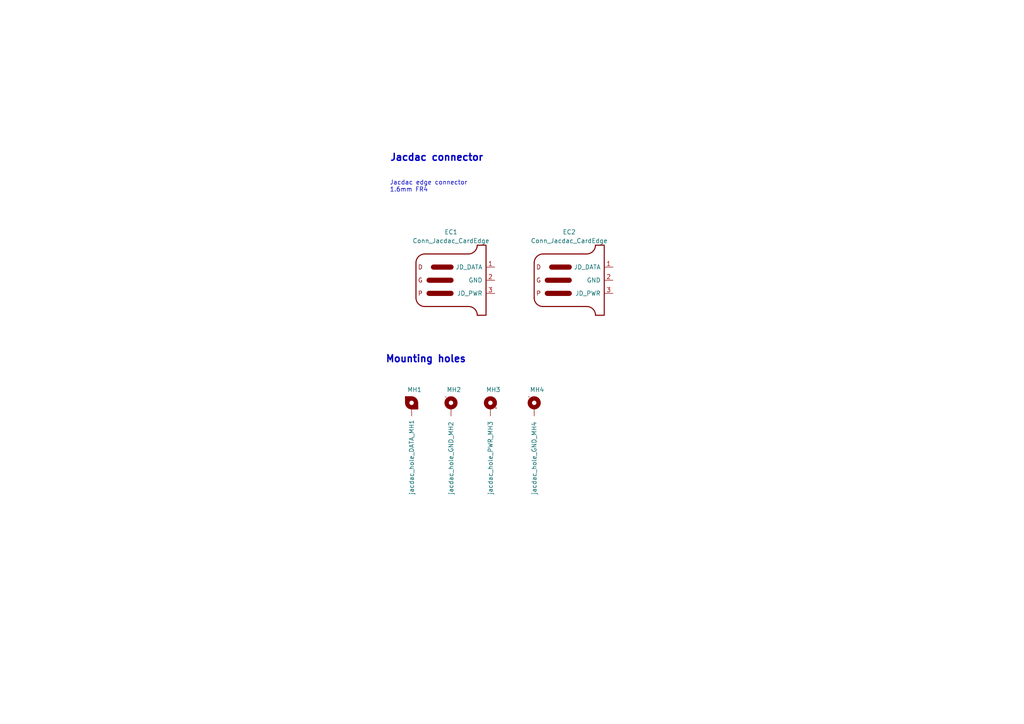
<source format=kicad_sch>
(kicad_sch (version 20220404) (generator eeschema)
  (paper "A4")
  (title_block (title "Jacdac EC30 20x20mm template") (date "2022-06-10") (rev "v0.0") (comment 1 "Licence: Attribution 4.0 International (CC BY 4.0)") (comment 2 "Matthew Oppenheim") (comment 3 "Conforms to: \"EC\" template: 20x20mm MH, 1 + 1 conns v1.0"))
  (lib_symbols
    (symbol "Jacdac:Conn_Jacdac_CardEdge" (pin_names (offset 1.016)) (in_bom no)
      (property "Reference" "EC" (at -8.89 10.16 0))
      (property "Value" "Conn_Jacdac_CardEdge" (at 10.16 -12.7 0))
      (symbol "Conn_Jacdac_CardEdge_0_0"
        (text "D" (at -10.16 3.81 0) (effects (font (size 1.27 1.27))))
        (text "G" (at -10.16 0 0) (effects (font (size 1.27 1.27))))
        (text "P" (at -10.16 -3.81 0) (effects (font (size 1.27 1.27))))
      )
      (symbol "Conn_Jacdac_CardEdge_0_1"
        (arc (start -11.43 -5.08) (mid -10.6877 -6.8849) (end -8.89 -7.62) (stroke (width 0.3048)))
        (arc (start -8.89 7.62) (mid -10.6697 6.8671) (end -11.43 5.08) (stroke (width 0.3048)))
        (rectangle (start -7.62 -3.81) (end -1.27 -3.81) (stroke (width 1.4986)))
        (rectangle (start -7.62 0) (end -1.27 0) (stroke (width 1.4986)))
        (rectangle (start -6.35 3.81) (end -1.27 3.81) (stroke (width 1.4986)))
        (polyline (pts (xy -11.43 5.08) (xy -11.43 -5.08)) (stroke (width 0.3048)))
        (polyline (pts (xy -8.89 -7.62) (xy 3.81 -7.62)) (stroke (width 0.3048)))
        (polyline (pts (xy -8.89 7.62) (xy 3.81 7.62)) (stroke (width 0.3048)))
        (polyline (pts (xy 6.35 10.16) (xy 8.89 10.16) (xy 8.89 -10.16) (xy 6.35 -10.16)) (stroke (width 0.3048)))
        (arc (start 3.81 7.62) (mid 5.5897 8.3729) (end 6.35 10.16) (stroke (width 0.3048)))
        (arc (start 6.35 -10.16) (mid 5.6077 -8.3551) (end 3.81 -7.62) (stroke (width 0.3048)))
      )
      (symbol "Conn_Jacdac_CardEdge_1_1"
        (pin bidirectional line (at 11.43 3.81 180) (length 2.54) (name "JD_DATA") (number "1"))
        (pin power_in line (at 11.43 0 180) (length 2.54) (name "GND") (number "2"))
        (pin power_out line (at 11.43 -3.81 180) (length 2.54) (name "JD_PWR") (number "3"))
      )
    )
    (symbol "Jacdac:jacdac_hole_DATA_MH1" (pin_numbers hide) (pin_names (offset 1.016) hide) (in_bom no)
      (property "Reference" "MH" (at 0 6.35 0))
      (property "Value" "jacdac_hole_DATA_MH1" (at 0 4.445 0))
      (symbol "jacdac_hole_DATA_MH1_0_1"
        (rectangle (start -1.778 3.0734) (end -0.6096 2.0574) (fill (type outline)))
        (polyline (pts (xy -1.8288 1.2954) (xy -1.8288 3.0988) (xy -0.0254 3.0988) (xy -1.7526 1.27)))
        (polyline (pts (xy -0.0254 -0.5588) (xy 1.8288 -0.5588) (xy 1.8288 1.27) (xy 0 -0.5334)))
        (circle (center 0 1.27) (radius 1.27) (stroke (width 1.27)))
        (rectangle (start 0.4572 0.508) (end 1.8288 -0.5334) (fill (type outline)))
      )
      (symbol "jacdac_hole_DATA_MH1_1_1"
        (pin input line (at 0 -2.54 90) (length 2.54) (name "MH1") (number "MH1"))
      )
    )
    (symbol "Jacdac:jacdac_hole_GND_MH2" (pin_numbers hide) (pin_names (offset 1.016) hide) (in_bom no)
      (property "Reference" "MH" (at 0 6.35 0))
      (property "Value" "jacdac_hole_GND_MH2" (at 0 4.445 0))
      (symbol "jacdac_hole_GND_MH2_0_0"
        (text "-" (at -1.5494 3.0226 0) (effects (font (size 0.5 0.5))))
      )
      (symbol "jacdac_hole_GND_MH2_0_1"
        (circle (center 0 1.27) (radius 1.27) (stroke (width 1.27)))
      )
      (symbol "jacdac_hole_GND_MH2_1_1"
        (pin input line (at 0 -2.54 90) (length 2.54) (name "MH2") (number "MH2"))
      )
    )
    (symbol "Jacdac:jacdac_hole_GND_MH4" (pin_numbers hide) (pin_names (offset 1.016) hide) (in_bom no)
      (property "Reference" "MH" (at 0 6.35 0))
      (property "Value" "jacdac_hole_GND_MH4" (at 0 4.445 0))
      (symbol "jacdac_hole_GND_MH4_0_0"
        (text "-" (at -1.5494 3.0226 0) (effects (font (size 0.5 0.5))))
      )
      (symbol "jacdac_hole_GND_MH4_0_1"
        (circle (center 0 1.27) (radius 1.27) (stroke (width 1.27)))
      )
      (symbol "jacdac_hole_GND_MH4_1_1"
        (pin input line (at 0 -2.54 90) (length 2.54) (name "MH4") (number "MH4"))
      )
    )
    (symbol "Jacdac:jacdac_hole_PWR_MH3" (pin_numbers hide) (pin_names (offset 1.016) hide) (in_bom no)
      (property "Reference" "MH" (at 0 6.35 0))
      (property "Value" "jacdac_hole_PWR_MH3" (at 0 4.445 0))
      (symbol "jacdac_hole_PWR_MH3_0_0"
        (text "+" (at 1.6256 -0.2032 0) (effects (font (size 0.5 0.5))))
      )
      (symbol "jacdac_hole_PWR_MH3_0_1"
        (circle (center 0 1.27) (radius 1.27) (stroke (width 1.27)))
      )
      (symbol "jacdac_hole_PWR_MH3_1_1"
        (pin input line (at 0 -2.54 90) (length 2.54) (name "MH3") (number "MH3"))
      )
    )
  )
  (text "Jacdac connector" (at 113.03 46.99 0) (effects (font (size 2.0066 2.0066) (thickness 0.4013) bold) (justify left bottom)))
  (text "Mounting holes" (at 111.76 105.41 0) (effects (font (size 2.0066 2.0066) (thickness 0.4013) bold) (justify left bottom)))
  (text "Jacdac edge connector\n1.6mm FR4" (at 113.03 55.88 0) (effects (font (size 1.27 1.27)) (justify left bottom)))
  (symbol (lib_id "Jacdac:Conn_Jacdac_CardEdge") (at 166.37 81.28 0) (unit 1) (in_bom no)
    (default_instance (reference "J") (unit 1) (value "Conn_Jacdac_CardEdge") (footprint "Jacdac:JD-PEC-02_Prerouted_recessed"))
    (property "Reference" "EC2" (at 165.0999 67.31 0))
    (property "Value" "Conn_Jacdac_CardEdge" (at 165.0999 69.85 0))
    (property "Footprint" "Jacdac:JD-PEC-02_Prerouted_recessed" (effects hide))
  )
  (symbol (lib_id "Jacdac:jacdac_hole_PWR_MH3") (at 142.24 118.11 0) (unit 1) (in_bom no)
    (default_instance (reference "MH") (unit 1) (value "jacdac_hole_PWR_MH3") (footprint "Jacdac:jacdac_hole_PWR_MH3"))
    (property "Reference" "MH3" (at 140.97 113.03 0) (effects (justify left)))
    (property "Value" "jacdac_hole_PWR_MH3" (at 142.24 143.51 90) (effects (justify left)))
    (property "Footprint" "Jacdac:jacdac_hole_PWR_MH3" (effects hide))
  )
  (symbol (lib_id "Jacdac:Conn_Jacdac_CardEdge") (at 132.08 81.28 0) (unit 1) (in_bom no)
    (default_instance (reference "J") (unit 1) (value "Conn_Jacdac_CardEdge") (footprint "Jacdac:JD-PEC-02_Prerouted_recessed"))
    (property "Reference" "EC1" (at 130.8099 67.31 0))
    (property "Value" "Conn_Jacdac_CardEdge" (at 130.8099 69.85 0))
    (property "Footprint" "Jacdac:JD-PEC-02_Prerouted_recessed" (effects hide))
  )
  (symbol (lib_id "Jacdac:jacdac_hole_DATA_MH1") (at 119.38 118.11 0) (unit 1) (in_bom no)
    (default_instance (reference "MH") (unit 1) (value "jacdac_hole_DATA_MH1") (footprint "Jacdac:jacdac_hole_DATA_notched_MH1"))
    (property "Reference" "MH1" (at 118.11 113.03 0) (effects (justify left)))
    (property "Value" "jacdac_hole_DATA_MH1" (at 119.38 143.51 90) (effects (justify left)))
    (property "Footprint" "Jacdac:jacdac_hole_DATA_notched_MH1" (effects hide))
  )
  (symbol (lib_id "Jacdac:jacdac_hole_GND_MH2") (at 130.81 118.11 0) (unit 1) (in_bom no)
    (default_instance (reference "MH") (unit 1) (value "jacdac_hole_GND_MH2") (footprint "Jacdac:jacdac_hole_GND_MH2"))
    (property "Reference" "MH2" (at 129.54 113.03 0) (effects (justify left)))
    (property "Value" "jacdac_hole_GND_MH2" (at 130.81 143.51 90) (effects (justify left)))
    (property "Footprint" "Jacdac:jacdac_hole_GND_MH2" (effects hide))
  )
  (symbol (lib_id "Jacdac:jacdac_hole_GND_MH4") (at 154.94 118.11 0) (unit 1) (in_bom no)
    (default_instance (reference "MH") (unit 1) (value "jacdac_hole_GND_MH4") (footprint "Jacdac:jacdac_hole_GND_MH4"))
    (property "Reference" "MH4" (at 153.67 113.03 0) (effects (justify left)))
    (property "Value" "jacdac_hole_GND_MH4" (at 154.94 143.51 90) (effects (justify left)))
    (property "Footprint" "Jacdac:jacdac_hole_GND_MH4" (effects hide))
  )
)
</source>
